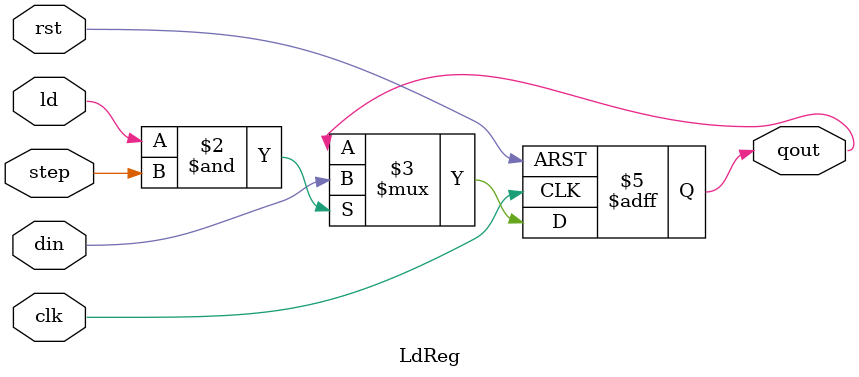
<source format=v>
`timescale 1ns / 1ps
module LdReg #(parameter width = 1) (
    input clk,
    input rst,
	 input step,
    input ld,
    input [width-1:0] din,
    output reg [width-1:0] qout
    );

always@(posedge clk, posedge rst)
    if (rst)      qout <= 'b0; else
	 if (ld&step)  qout <= din;

endmodule


</source>
